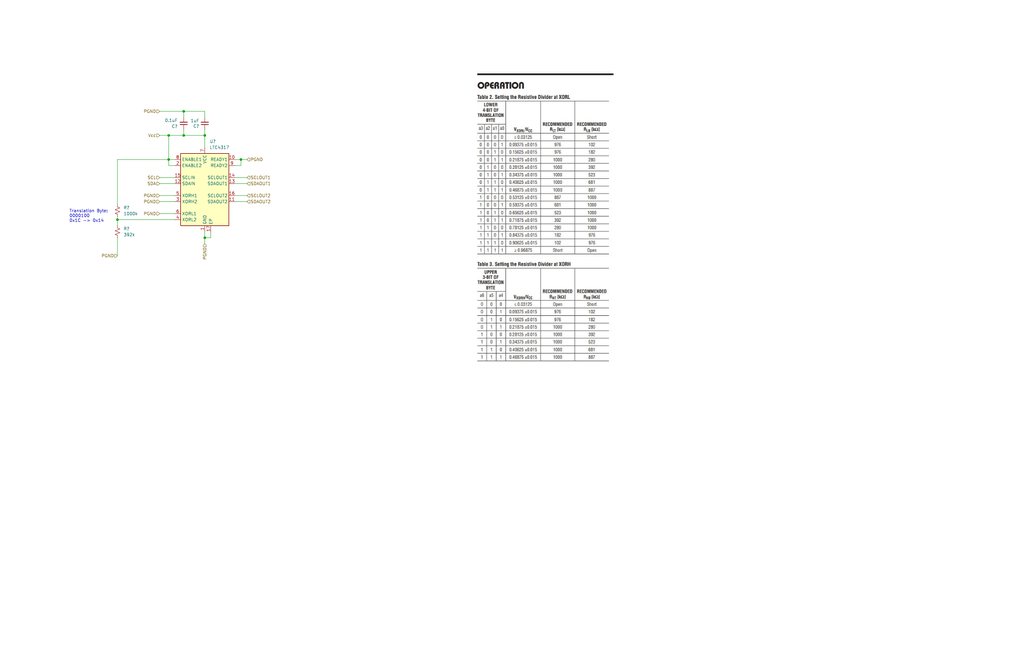
<source format=kicad_sch>
(kicad_sch (version 20211123) (generator eeschema)
  (paper "B")
  (title_block (title "Console-Controller") (date "2022-12-15") (rev "A"))
  (lib_symbols
    (symbol "Device:C_Small" (pin_numbers hide) (pin_names (offset 0.254) hide)
      (property "Reference" "C" (at 0.254 1.778 0))
      (property "Value" "C_Small" (at 0.254 -2.032 0))
      (symbol "C_Small_0_1"
        (polyline (pts (xy -1.524 -0.508) (xy 1.524 -0.508)) (stroke (width 0.3302)))
        (polyline (pts (xy -1.524 0.508) (xy 1.524 0.508)) (stroke (width 0.3048)))
      )
      (symbol "C_Small_1_1"
        (pin passive line (at 0 2.54 270) (length 2.032) (name "~") (number "1"))
        (pin passive line (at 0 -2.54 90) (length 2.032) (name "~") (number "2"))
      )
    )
    (symbol "Device:R_Small_US" (pin_numbers hide) (pin_names (offset 0.254) hide)
      (property "Reference" "R" (at 0.762 0.508 0))
      (property "Value" "R_Small_US" (at 0.762 -1.016 0))
      (symbol "R_Small_US_1_1"
        (polyline (pts (xy 0 0) (xy 1.016 -0.381) (xy 0 -0.762) (xy -1.016 -1.143) (xy 0 -1.524)))
        (polyline (pts (xy 0 1.524) (xy 1.016 1.143) (xy 0 0.762) (xy -1.016 0.381) (xy 0 0)))
        (pin passive line (at 0 2.54 270) (length 1.016) (name "~") (number "1"))
        (pin passive line (at 0 -2.54 90) (length 1.016) (name "~") (number "2"))
      )
    )
    (symbol "Interface_Expansion:LTC4317"
      (property "Reference" "U" (at -8.89 16.51 0))
      (property "Value" "LTC4317" (at 6.35 16.51 0))
      (symbol "LTC4317_0_1"
        (rectangle (start -10.16 15.24) (end 10.16 -15.24) (stroke (width 0.254)) (fill (type background)))
      )
      (symbol "LTC4317_1_1"
        (pin power_in line (at 0 -17.78 90) (length 2.54) (name "GND") (number "1"))
        (pin open_collector line (at 12.7 12.7 180) (length 2.54) (name "READY1") (number "10"))
        (pin bidirectional line (at 12.7 -5.08 180) (length 2.54) (name "SDAOUT2") (number "11"))
        (pin bidirectional line (at -12.7 2.54 0) (length 2.54) (name "SDAIN") (number "12"))
        (pin bidirectional line (at 12.7 2.54 180) (length 2.54) (name "SDAOUT1") (number "13"))
        (pin output line (at 12.7 5.08 180) (length 2.54) (name "SCLOUT1") (number "14"))
        (pin input line (at -12.7 5.08 0) (length 2.54) (name "SCLIN") (number "15"))
        (pin output line (at 12.7 -2.54 180) (length 2.54) (name "SCLOUT2") (number "16"))
        (pin passive line (at 2.54 -17.78 90) (length 2.54) (name "EP") (number "17"))
        (pin input line (at -12.7 10.16 0) (length 2.54) (name "ENABLE2") (number "2"))
        (pin input line (at -12.7 -5.08 0) (length 2.54) (name "XORH2") (number "3"))
        (pin input line (at -12.7 -12.7 0) (length 2.54) (name "XORL2") (number "4"))
        (pin input line (at -12.7 -2.54 0) (length 2.54) (name "XORH1") (number "5"))
        (pin input line (at -12.7 -10.16 0) (length 2.54) (name "XORL1") (number "6"))
        (pin power_in line (at 0 17.78 270) (length 2.54) (name "VCC") (number "7"))
        (pin input line (at -12.7 12.7 0) (length 2.54) (name "ENABLE1") (number "8"))
        (pin open_collector line (at 12.7 10.16 180) (length 2.54) (name "READY2") (number "9"))
      )
    )
  )
  (junction (at 86.36 100.33))
  (junction (at 71.12 57.15))
  (junction (at 77.47 57.15))
  (junction (at 77.47 46.99))
  (junction (at 86.36 57.15))
  (junction (at 101.6 67.31))
  (junction (at 49.53 92.71))
  (junction (at 71.12 67.31))
  (wire (pts (xy 77.47 54.61) (xy 77.47 57.15)))
  (wire (pts (xy 67.31 74.93) (xy 73.66 74.93)))
  (wire (pts (xy 86.36 46.99) (xy 86.36 49.53)))
  (wire (pts (xy 67.31 57.15) (xy 71.12 57.15)))
  (wire (pts (xy 99.06 85.09) (xy 104.14 85.09)))
  (wire (pts (xy 49.53 92.71) (xy 49.53 95.25)))
  (wire (pts (xy 67.31 82.55) (xy 73.66 82.55)))
  (wire (pts (xy 49.53 86.36) (xy 49.53 67.31)))
  (wire (pts (xy 67.31 90.17) (xy 73.66 90.17)))
  (wire (pts (xy 67.31 85.09) (xy 73.66 85.09)))
  (wire (pts (xy 71.12 57.15) (xy 71.12 67.31)))
  (wire (pts (xy 88.9 97.79) (xy 88.9 100.33)))
  (wire (pts (xy 86.36 97.79) (xy 86.36 100.33)))
  (wire (pts (xy 67.31 46.99) (xy 77.47 46.99)))
  (wire (pts (xy 67.31 77.47) (xy 73.66 77.47)))
  (wire (pts (xy 86.36 100.33) (xy 86.36 102.87)))
  (wire (pts (xy 101.6 67.31) (xy 101.6 69.85)))
  (wire (pts (xy 73.66 67.31) (xy 71.12 67.31)))
  (wire (pts (xy 99.06 69.85) (xy 101.6 69.85)))
  (wire (pts (xy 49.53 67.31) (xy 71.12 67.31)))
  (wire (pts (xy 73.66 69.85) (xy 71.12 69.85)))
  (wire (pts (xy 71.12 69.85) (xy 71.12 67.31)))
  (wire (pts (xy 86.36 100.33) (xy 88.9 100.33)))
  (wire (pts (xy 49.53 91.44) (xy 49.53 92.71)))
  (wire (pts (xy 99.06 67.31) (xy 101.6 67.31)))
  (wire (pts (xy 77.47 46.99) (xy 86.36 46.99)))
  (wire (pts (xy 49.53 100.33) (xy 49.53 107.95)))
  (wire (pts (xy 101.6 67.31) (xy 104.14 67.31)))
  (wire (pts (xy 77.47 57.15) (xy 86.36 57.15)))
  (wire (pts (xy 86.36 57.15) (xy 86.36 62.23)))
  (wire (pts (xy 71.12 57.15) (xy 77.47 57.15)))
  (wire (pts (xy 99.06 82.55) (xy 104.14 82.55)))
  (wire (pts (xy 73.66 92.71) (xy 49.53 92.71)))
  (wire (pts (xy 99.06 77.47) (xy 104.14 77.47)))
  (wire (pts (xy 86.36 54.61) (xy 86.36 57.15)))
  (wire (pts (xy 77.47 46.99) (xy 77.47 49.53)))
  (wire (pts (xy 99.06 74.93) (xy 104.14 74.93)))
  (image (at 228.6 91.44) (scale 1.95086))
  (text "Translation Byte: \n0000100\n0x1C -> 0x14" (at 29.21 93.98 0) (effects (font (size 1.27 1.27)) (justify left bottom)))
  (hierarchical_label "SDAOUT2" (shape input) (at 104.14 85.09 0))
  (hierarchical_label "Vcc" (shape input) (at 67.31 57.15 180))
  (hierarchical_label "PGND" (shape input) (at 67.31 82.55 180))
  (hierarchical_label "PGND" (shape input) (at 67.31 90.17 180))
  (hierarchical_label "PGND" (shape input) (at 67.31 46.99 180))
  (hierarchical_label "SDA" (shape input) (at 67.31 77.47 180))
  (hierarchical_label "PGND" (shape input) (at 86.36 102.87 270))
  (hierarchical_label "PGND" (shape input) (at 67.31 85.09 180))
  (hierarchical_label "PGND" (shape input) (at 104.14 67.31 0))
  (hierarchical_label "PGND" (shape input) (at 49.53 107.95 180))
  (hierarchical_label "SDAOUT1" (shape input) (at 104.14 77.47 0))
  (hierarchical_label "SCL" (shape input) (at 67.31 74.93 180))
  (hierarchical_label "SCLOUT1" (shape input) (at 104.14 74.93 0))
  (hierarchical_label "SCLOUT2" (shape input) (at 104.14 82.55 0))
  (symbol (lib_id "Interface_Expansion:LTC4317") (at 86.36 80.01 0) (unit 1)
    (property "Reference" "U?" (at 88.3794 59.69 0) (effects (justify left)))
    (property "Value" "LTC4317" (at 88.3794 62.23 0) (effects (justify left)))
    (property "Footprint" "Package_DFN_QFN:DFN-16-1EP_3x5mm_P0.5mm_EP1.66x4.4mm" (effects hide))
    (property "Datasheet" "https://www.analog.com/media/en/technical-documentation/data-sheets/4317fa.pdf" (effects hide))
  )
  (symbol (lib_id "Device:R_Small_US") (at 49.53 97.79 0) (unit 1)
    (property "Reference" "R?" (at 52.07 96.5199 0) (effects (justify left)))
    (property "Value" "392k" (at 52.07 99.0599 0) (effects (justify left)))
    (property "Footprint" "Resistor_SMD:R_0603_1608Metric" (effects hide))
    (property "Datasheet" "https://www.te.com/commerce/DocumentDelivery/DDEController?https://www.te.com/commerce/DocumentDelivery/DDEController?Action=srchrtrv&DocNm=1773270&DocType=DS&DocLang=English" (effects hide))
    (property "Part Number" "A124746CT-ND" (effects hide))
    (property "Supplier" "Digikey" (effects hide))
    (property "Link" "https://www.digikey.com/en/products/detail/te-connectivity-passive-product/RN73C1J392KBTD/6557692" (effects hide))
  )
  (symbol (lib_id "Device:R_Small_US") (at 49.53 88.9 0) (unit 1)
    (property "Reference" "R?" (at 52.07 87.6299 0) (effects (justify left)))
    (property "Value" "1000k" (at 52.07 90.1699 0) (effects (justify left)))
    (property "Footprint" "Resistor_SMD:R_0603_1608Metric" (effects hide))
    (property "Datasheet" "https://www.te.com/commerce/DocumentDelivery/DDEController?Action=srchrtrv&DocNm=1773200&DocType=DS&DocLang=English" (effects hide))
    (property "Part Number" "A119955CT-ND" (effects hide))
    (property "Supplier" "Digikey" (effects hide))
    (property "Link" "https://www.digikey.com/en/products/detail/te-connectivity-passive-product/CPF0603B1M0E/4966442" (effects hide))
  )
  (symbol (lib_id "Device:C_Small") (at 77.47 52.07 180) (unit 1)
    (property "Reference" "C?" (at 74.93 53.34 0) (effects (justify left)))
    (property "Value" "0.1uF" (at 74.93 50.8 0) (effects (justify left)))
    (property "Footprint" "Capacitor_SMD:C_0603_1608Metric_Pad1.05x0.95mm_HandSolder" (effects hide))
    (property "Datasheet" "https://api.kemet.com/component-https://psearch.en.murata.com/capacitor/product/GCM188R71H104KA57%23.pdf" (effects hide))
    (property "Part Number" "490-8020-1-ND" (effects hide))
    (property "Supplier" "Digikey" (effects hide))
    (property "Link" "https://www.digikey.com/product-detail/en/murata-electronics/GCM188R71H104KA57J/490-8020-1-ND/4380305" (effects hide))
  )
  (symbol (lib_id "Device:C_Small") (at 86.36 52.07 180) (unit 1)
    (property "Reference" "C?" (at 84.0232 53.2384 0) (effects (justify left)))
    (property "Value" "1uF" (at 84.0232 50.927 0) (effects (justify left)))
    (property "Footprint" "Capacitor_SMD:C_0603_1608Metric_Pad1.05x0.95mm_HandSolder" (effects hide))
    (property "Datasheet" "http://datasheets.avx.com/X7RDielectric.pdf" (effects hide))
    (property "Part Number" "478-10073-1-ND" (effects hide))
    (property "Supplier" "Digikey" (effects hide))
    (property "Link" "https://www.digikey.com/product-detail/en/avx-corporation/06035C105KAT2A/478-10073-1-ND/6564295" (effects hide))
  )
)
</source>
